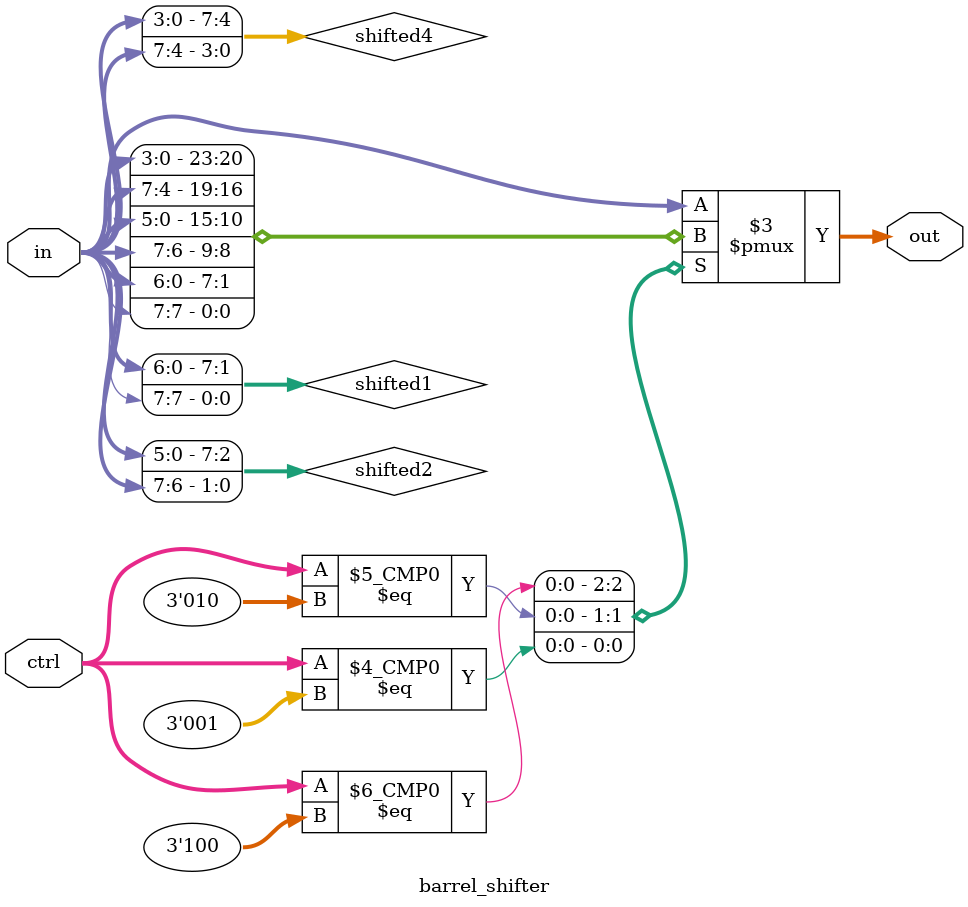
<source format=v>
module barrel_shifter (
    input [7:0] in,
    input [2:0] ctrl,
    output reg [7:0] out
);

wire [7:0] shifted4, shifted2, shifted1;

// Shift by 4 positions
assign shifted4 = {in[3:0], in[7:4]};

// Shift by 2 positions
assign shifted2 = {in[5:0], in[7:6]};

// Shift by 1 position
assign shifted1 = {in[6:0], in[7]};

// Mux to select the final output based on ctrl signals
always @(*) begin
    case (ctrl)
        3'b100: out = shifted4;
        3'b010: out = shifted2;
        3'b001: out = shifted1;
        default: out = in;
    endcase
end

endmodule
</source>
